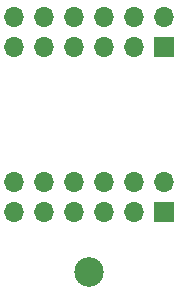
<source format=gbs>
G04 #@! TF.GenerationSoftware,KiCad,Pcbnew,7.0.11-7.0.11~ubuntu20.04.1*
G04 #@! TF.CreationDate,2024-08-20T19:22:15+02:00*
G04 #@! TF.ProjectId,kicad-pmod-ext,6b696361-642d-4706-9d6f-642d6578742e,1.0*
G04 #@! TF.SameCoordinates,Original*
G04 #@! TF.FileFunction,Soldermask,Bot*
G04 #@! TF.FilePolarity,Negative*
%FSLAX46Y46*%
G04 Gerber Fmt 4.6, Leading zero omitted, Abs format (unit mm)*
G04 Created by KiCad (PCBNEW 7.0.11-7.0.11~ubuntu20.04.1) date 2024-08-20 19:22:15*
%MOMM*%
%LPD*%
G01*
G04 APERTURE LIST*
%ADD10C,2.500000*%
%ADD11R,1.700000X1.700000*%
%ADD12O,1.700000X1.700000*%
G04 APERTURE END LIST*
D10*
X120650000Y-95250000D03*
D11*
X127000000Y-76200000D03*
D12*
X127000000Y-73660000D03*
X124460000Y-76200000D03*
X124460000Y-73660000D03*
X121920000Y-76200000D03*
X121920000Y-73660000D03*
X119380000Y-76200000D03*
X119380000Y-73660000D03*
X116840000Y-76200000D03*
X116840000Y-73660000D03*
X114300000Y-76200000D03*
X114300000Y-73660000D03*
D11*
X127000000Y-90170000D03*
D12*
X127000000Y-87630000D03*
X124460000Y-90170000D03*
X124460000Y-87630000D03*
X121920000Y-90170000D03*
X121920000Y-87630000D03*
X119380000Y-90170000D03*
X119380000Y-87630000D03*
X116840000Y-90170000D03*
X116840000Y-87630000D03*
X114300000Y-90170000D03*
X114300000Y-87630000D03*
M02*

</source>
